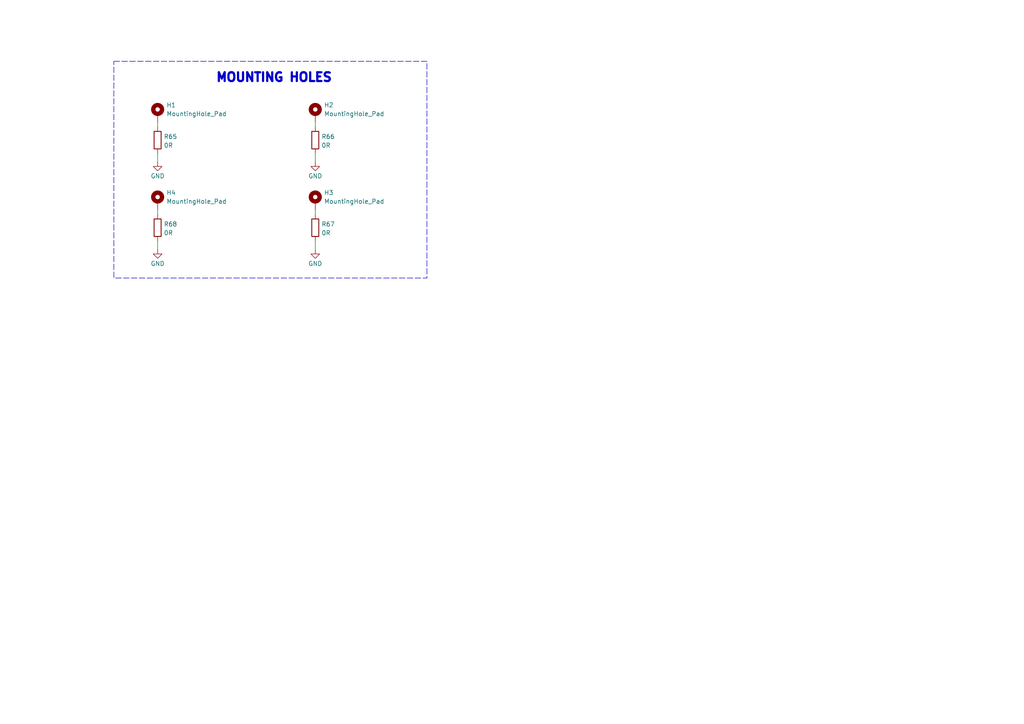
<source format=kicad_sch>
(kicad_sch (version 20231120) (generator "eeschema") (generator_version "8.0")
  (paper "A4")
  (lib_symbols
    (symbol "Device:R" (pin_numbers hide) (pin_names (offset 0))
      (property "Reference" "R" (at 2.032 0 90))
      (property "Value" "R" (at 0 0 90))
      (symbol "R_0_1"
        (rectangle (start -1.016 -2.54) (end 1.016 2.54) (stroke (width 0.254)))
      )
      (symbol "R_1_1"
        (pin passive line (at 0 3.81 270) (length 1.27) (name "~") (number "1"))
        (pin passive line (at 0 -3.81 90) (length 1.27) (name "~") (number "2"))
      )
    )
    (symbol "Mechanical:MountingHole_Pad" (pin_numbers hide) (pin_names (offset 1.016) hide) (exclude_from_sim yes) (in_bom no)
      (property "Reference" "H" (at 0 6.35 0))
      (property "Value" "MountingHole_Pad" (at 0 4.445 0))
      (symbol "MountingHole_Pad_0_1"
        (circle (center 0 1.27) (radius 1.27) (stroke (width 1.27)))
      )
      (symbol "MountingHole_Pad_1_1"
        (pin input line (at 0 -2.54 90) (length 2.54) (name "1") (number "1"))
      )
    )
    (symbol "power:GND" (power) (pin_numbers hide) (pin_names (offset 0) hide)
      (property "Value" "GND" (at 0 -3.81 0))
      (symbol "GND_0_1"
        (polyline (pts (xy 0 0) (xy 0 -1.27) (xy 1.27 -1.27) (xy 0 -2.54) (xy -1.27 -1.27) (xy 0 -1.27)))
      )
      (symbol "GND_1_1"
        (pin power_in line (at 0 0 270) (length 0) (name "~") (number "1"))
      )
    )
  )
  (wire (pts (xy 45.72 60.96) (xy 45.72 62.23)))
  (wire (pts (xy 91.44 44.45) (xy 91.44 46.99)))
  (wire (pts (xy 91.44 69.85) (xy 91.44 72.39)))
  (wire (pts (xy 91.44 60.96) (xy 91.44 62.23)))
  (wire (pts (xy 45.72 35.56) (xy 45.72 36.83)))
  (wire (pts (xy 45.72 69.85) (xy 45.72 72.39)))
  (wire (pts (xy 91.44 35.56) (xy 91.44 36.83)))
  (wire (pts (xy 45.72 44.45) (xy 45.72 46.99)))
  (rectangle (start 33.02 17.78) (end 123.825 80.645) (stroke (width 0) (type dash)))
  (text "MOUNTING HOLES" (at 79.502 22.606 0) (effects (font (size 2.54 2.54) (thickness 1.016) (bold yes))))
  (symbol (lib_id "power:GND") (at 45.72 72.39 0) (unit 1)
    (property "Reference" "#PWR098" (effects (hide yes)))
    (property "Value" "GND" (at 45.72 76.454 0))
    (property "Description" "Power symbol creates a global label with name \"GND\" , ground" (effects (hide yes)))
  )
  (symbol (lib_id "Mechanical:MountingHole_Pad") (at 91.44 58.42 0) (unit 1) (exclude_from_sim yes) (in_bom no)
    (property "Reference" "H3" (at 93.98 55.8799 0) (effects (justify left)))
    (property "Value" "MountingHole_Pad" (at 93.98 58.4199 0) (effects (justify left)))
    (property "Description" "Mounting Hole with connection" (effects (hide yes)))
  )
  (symbol (lib_id "Device:R") (at 91.44 66.04 0) (unit 1)
    (property "Reference" "R67" (at 93.218 65.024 0) (effects (justify left)))
    (property "Value" "0R" (at 93.218 67.564 0) (effects (justify left)))
    (property "Description" "Resistor" (effects (hide yes)))
  )
  (symbol (lib_id "power:GND") (at 45.72 46.99 0) (unit 1)
    (property "Reference" "#PWR095" (effects (hide yes)))
    (property "Value" "GND" (at 45.72 51.054 0))
    (property "Description" "Power symbol creates a global label with name \"GND\" , ground" (effects (hide yes)))
  )
  (symbol (lib_id "power:GND") (at 91.44 72.39 0) (unit 1)
    (property "Reference" "#PWR097" (effects (hide yes)))
    (property "Value" "GND" (at 91.44 76.454 0))
    (property "Description" "Power symbol creates a global label with name \"GND\" , ground" (effects (hide yes)))
  )
  (symbol (lib_id "Mechanical:MountingHole_Pad") (at 45.72 33.02 0) (unit 1) (exclude_from_sim yes) (in_bom no)
    (property "Reference" "H1" (at 48.26 30.4799 0) (effects (justify left)))
    (property "Value" "MountingHole_Pad" (at 48.26 33.0199 0) (effects (justify left)))
    (property "Description" "Mounting Hole with connection" (effects (hide yes)))
  )
  (symbol (lib_id "Mechanical:MountingHole_Pad") (at 91.44 33.02 0) (unit 1) (exclude_from_sim yes) (in_bom no)
    (property "Reference" "H2" (at 93.98 30.4799 0) (effects (justify left)))
    (property "Value" "MountingHole_Pad" (at 93.98 33.0199 0) (effects (justify left)))
    (property "Description" "Mounting Hole with connection" (effects (hide yes)))
  )
  (symbol (lib_id "Device:R") (at 45.72 40.64 0) (unit 1)
    (property "Reference" "R65" (at 47.498 39.624 0) (effects (justify left)))
    (property "Value" "0R" (at 47.498 42.164 0) (effects (justify left)))
    (property "Description" "Resistor" (effects (hide yes)))
  )
  (symbol (lib_id "Mechanical:MountingHole_Pad") (at 45.72 58.42 0) (unit 1) (exclude_from_sim yes) (in_bom no)
    (property "Reference" "H4" (at 48.26 55.8799 0) (effects (justify left)))
    (property "Value" "MountingHole_Pad" (at 48.26 58.4199 0) (effects (justify left)))
    (property "Description" "Mounting Hole with connection" (effects (hide yes)))
  )
  (symbol (lib_id "Device:R") (at 45.72 66.04 0) (unit 1)
    (property "Reference" "R68" (at 47.498 65.024 0) (effects (justify left)))
    (property "Value" "0R" (at 47.498 67.564 0) (effects (justify left)))
    (property "Description" "Resistor" (effects (hide yes)))
  )
  (symbol (lib_id "power:GND") (at 91.44 46.99 0) (unit 1)
    (property "Reference" "#PWR096" (effects (hide yes)))
    (property "Value" "GND" (at 91.44 51.054 0))
    (property "Description" "Power symbol creates a global label with name \"GND\" , ground" (effects (hide yes)))
  )
  (symbol (lib_id "Device:R") (at 91.44 40.64 0) (unit 1)
    (property "Reference" "R66" (at 93.218 39.624 0) (effects (justify left)))
    (property "Value" "0R" (at 93.218 42.164 0) (effects (justify left)))
    (property "Description" "Resistor" (effects (hide yes)))
  )
)
</source>
